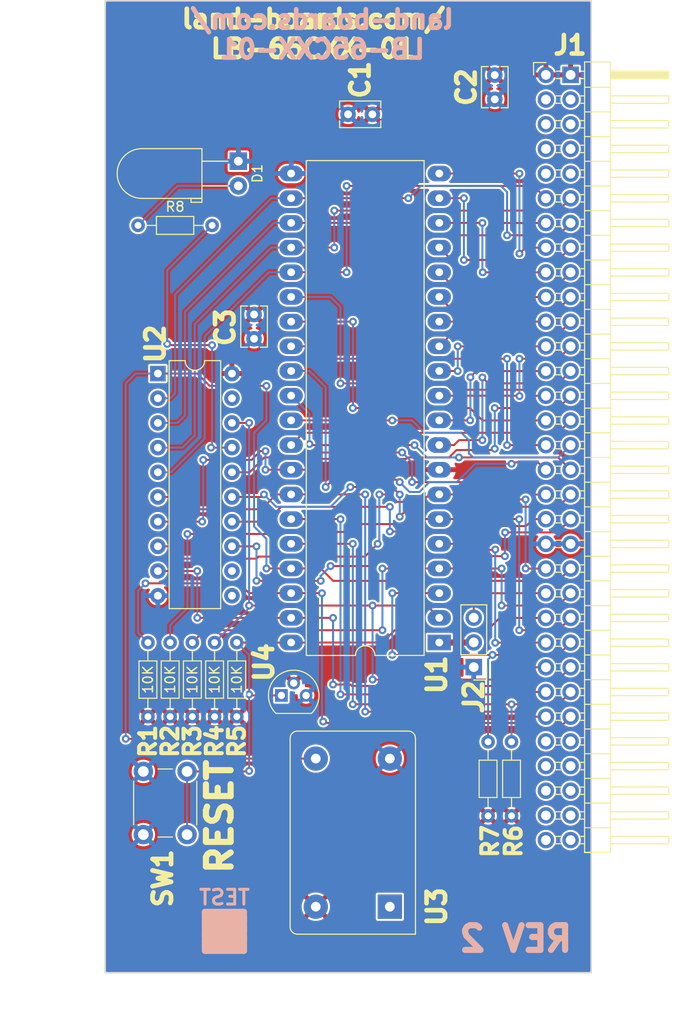
<source format=kicad_pcb>
(kicad_pcb (version 20240108) (generator "pcbnew") (generator_version "8.0")
  (title_block (title "LB-65C816-01") (date "2024-09-04") (rev "2") (company "land-boards.com"))
  (layers (0 "F.Cu" signal) (31 "B.Cu" signal) (34 "B.Paste" user) (35 "F.Paste" user) (36 "B.SilkS" user "B.Silkscreen") (37 "F.SilkS" user "F.Silkscreen") (38 "B.Mask" user) (39 "F.Mask" user) (44 "Edge.Cuts" user))
  (net 0 "")
  (net 1 "GND")
  (net 2 "/CPUA11")
  (net 3 "/CPUA12")
  (net 4 "/CPUA13")
  (net 5 "/CPUA14")
  (net 6 "/CPUA15")
  (net 7 "/CPUD4")
  (net 8 "/CPUD3")
  (net 9 "/CPUD5")
  (net 10 "/CPUD6")
  (net 11 "/CPUA0")
  (net 12 "/CPUA1")
  (net 13 "/CPUD2")
  (net 14 "/CPUA2")
  (net 15 "/CPUD7")
  (net 16 "/CPUA3")
  (net 17 "/CPUD0")
  (net 18 "/CPUA4")
  (net 19 "/CPUD1")
  (net 20 "/CPUA5")
  (net 21 "/CPUA6")
  (net 22 "/CPUA7")
  (net 23 "/CPUA8")
  (net 24 "/CPUA9")
  (net 25 "/CPUA10")
  (net 26 "/CPUA18")
  (net 27 "/CPUA16")
  (net 28 "/CPUA17")
  (net 29 "/CPUCLK")
  (net 30 "/CPUA22")
  (net 31 "/CPUA23")
  (net 32 "/CPUA20")
  (net 33 "/CPUA21")
  (net 34 "/CPUA19")
  (net 35 "VCC")
  (net 36 "/~{IORQ}")
  (net 37 "/~{CPURESB}")
  (net 38 "/VPA")
  (net 39 "/~{IRQB}")
  (net 50 "/VPB")
  (net 51 "/~{NMIB}")
  (net 52 "/~{ABORT}")
  (net 53 "/VDA")
  (net 54 "/RDY")
  (net 55 "/CPUE")
  (net 56 "/RWB")
  (net 57 "/MLB")
  (net 58 "/~{MEMRD}")
  (net 59 "/~{RAMCS}")
  (net 60 "/~{IOCS}")
  (net 61 "/~{ROMCS}")
  (net 62 "/CPUMX")
  (net 63 "Net-(D1-A)")
  (net 66 "Net-(U2-I03)")
  (net 68 "/PWR_VPB")
  (footprint "LandBoards_Conns:PinHeader_2x32_P2.54mm_Horizontal-FLIPPED" (layer "F.Cu") (at 177.35 54.615)
    (property "Reference" "J1")
    (property "Value" "Conn_02x32_Odd_Even")
  )
  (footprint "Package_DIP:DIP-40_W15.24mm_LongPads" (layer "F.Cu") (at 166.375 113.025 180)
    (property "Reference" "U1")
    (property "Value" "W65C02_816S_DIP")
  )
  (footprint "Resistor_THT:R_Axial_DIN0204_L3.6mm_D1.6mm_P7.62mm_Horizontal" (layer "F.Cu") (at 171.3992 130.8608 90)
    (property "Reference" "R7")
    (property "Value" "10K")
  )
  (footprint "Resistor_THT:R_Axial_DIN0204_L3.6mm_D1.6mm_P7.62mm_Horizontal" (layer "F.Cu") (at 145.542 120.65 90)
    (property "Reference" "R5")
    (property "Value" "10K")
  )
  (footprint "Resistor_THT:R_Axial_DIN0204_L3.6mm_D1.6mm_P7.62mm_Horizontal" (layer "F.Cu") (at 140.97 120.65 90)
    (property "Reference" "R3")
    (property "Value" "10K")
  )
  (footprint "Resistor_THT:R_Axial_DIN0204_L3.6mm_D1.6mm_P7.62mm_Horizontal" (layer "F.Cu") (at 136.398 120.65 90)
    (property "Reference" "R1")
    (property "Value" "10K")
  )
  (footprint "Package_TO_SOT_THT:TO-92" (layer "F.Cu") (at 150.13 118.47)
    (property "Reference" "U4")
    (property "Value" "DS1813-5")
  )
  (footprint "Resistor_THT:R_Axial_DIN0204_L3.6mm_D1.6mm_P7.62mm_Horizontal" (layer "F.Cu") (at 143.256 120.65 90)
    (property "Reference" "R4")
    (property "Value" "10K")
  )
  (footprint "Resistor_THT:R_Axial_DIN0204_L3.6mm_D1.6mm_P7.62mm_Horizontal" (layer "F.Cu") (at 135.382 70.104)
    (property "Reference" "R8")
    (property "Value" "1.8K")
  )
  (footprint "Connector_PinHeader_2.54mm:PinHeader_1x03_P2.54mm_Vertical" (layer "F.Cu") (at 169.926 115.555 180)
    (property "Reference" "J2")
    (property "Value" "JUMPER")
  )
  (footprint "Resistor_THT:R_Axial_DIN0204_L3.6mm_D1.6mm_P7.62mm_Horizontal" (layer "F.Cu") (at 173.8122 130.8608 90)
    (property "Reference" "R6")
    (property "Value" "10K")
  )
  (footprint "Package_DIP:DIP-20_W7.62mm" (layer "F.Cu") (at 137.424 85.349)
    (property "Reference" "U2")
    (property "Value" "GAL16V8B")
  )
  (footprint "Capacitor_THT:C_Rect_L4.0mm_W2.5mm_P2.50mm" (layer "F.Cu") (at 156.992 58.674)
    (property "Reference" "C1")
    (property "Value" "0.1uF")
  )
  (footprint "Oscillator:Oscillator_DIP-14_LargePads" (layer "F.Cu") (at 161.29 140.208 90)
    (property "Reference" "U3")
    (property "Value" "OSC")
  )
  (footprint "Capacitor_THT:C_Rect_L4.0mm_W2.5mm_P2.50mm" (layer "F.Cu") (at 172.085 57.13 90)
    (property "Reference" "C2")
    (property "Value" "0.1uF")
  )
  (footprint "LED_THT:LED_D5.0mm_Horizontal_O3.81mm_Z9.0mm" (layer "F.Cu") (at 145.704 63.495 -90)
    (property "Reference" "D1")
    (property "Value" "LED_Small")
  )
  (footprint "Button_Switch_THT:SW_PUSH_6mm_H8.5mm" (layer "F.Cu") (at 135.926 132.79 90)
    (property "Reference" "SW1")
    (property "Value" "SW_Push")
  )
  (footprint "LandBoards_Marking:TEST_BLK-REAR" (layer "F.Cu") (at 144.272 142.748)
    (property "Reference" "TEST")
    (property "Value" "COUPON" (hide yes))
  )
  (footprint "Resistor_THT:R_Axial_DIN0204_L3.6mm_D1.6mm_P7.62mm_Horizontal" (layer "F.Cu") (at 138.684 120.65 90)
    (property "Reference" "R2")
    (property "Value" "10K")
  )
  (footprint "Capacitor_THT:C_Rect_L4.0mm_W2.5mm_P2.50mm" (layer "F.Cu") (at 147.32 81.768 90)
    (property "Reference" "C3")
    (property "Value" "0.1uF")
  )
  (gr_rect (start 132 47) (end 182 147) (stroke (width 0.15)) (fill none) (layer "Edge.Cuts"))
  (gr_text "land-boards.com/\nLB-65CXX-01" (at 154.3304 50.4444 0) (layer "B.SilkS") (effects (font (size 1.905 1.905) (thickness 0.47625)) (justify mirror)))
  (gr_text "REV 2" (at 174.244 143.51 0) (layer "B.SilkS") (effects (font (size 2.54 2.54) (thickness 0.635)) (justify mirror)))
  (gr_text "RESET" (at 143.764 130.937 90) (layer "F.SilkS") (effects (font (size 2.54 2.54) (thickness 0.635))))
  (gr_text "land-boards.com/\nLB-65CXX-01" (at 153.416 50.3936 0) (layer "F.SilkS") (effects (font (size 1.905 1.905) (thickness 0.47625))))
  (segment (start 177.35 72.395) (end 175.2365 72.395) (width 0.2032) (layer "F.Cu") (net 2))
  (segment (start 166.375 64.765) (end 174.62 64.765) (width 0.2032) (layer "F.Cu") (net 2))
  (segment (start 175.2365 72.395) (end 174.625 73.0065) (width 0.2032) (layer "F.Cu") (net 2))
  (segment (start 174.62 64.765) (end 174.625 64.77) (width 0.2032) (layer "F.Cu") (net 2))
  (via (at 174.625 64.77) (size 0.8) (drill 0.4) (layers "F.Cu" "B.Cu") (net 2))
  (via (at 174.625 73.0065) (size 0.8) (drill 0.4) (layers "F.Cu" "B.Cu") (net 2))
  (segment (start 174.625 73.0065) (end 174.625 64.77) (width 0.2032) (layer "B.Cu") (net 2))
  (segment (start 173.355 71.12) (end 178.625 71.12) (width 0.2032) (layer "F.Cu") (net 3))
  (segment (start 163.195 67.31) (end 163.19 67.305) (width 0.2032) (layer "F.Cu") (net 3))
  (segment (start 179.89 69.855) (end 178.625 71.12) (width 0.2032) (layer "F.Cu") (net 3))
  (segment (start 163.19 67.305) (end 151.135 67.305) (width 0.2032) (layer "F.Cu") (net 3))
  (via (at 173.355 71.12) (size 0.8) (drill 0.4) (layers "F.Cu" "B.Cu") (net 3))
  (via (at 163.195 67.31) (size 0.8) (drill 0.4) (layers "F.Cu" "B.Cu") (net 3))
  (segment (start 164.465 66.04) (end 163.195 67.31) (width 0.2032) (layer "B.Cu") (net 3))
  (segment (start 137.424 87.889) (end 138.679 87.889) (width 0.2032) (layer "B.Cu") (net 3))
  (segment (start 138.679 87.889) (end 139.192 87.376) (width 0.2032) (layer "B.Cu") (net 3))
  (segment (start 172.72 66.04) (end 164.465 66.04) (width 0.2032) (layer "B.Cu") (net 3))
  (segment (start 173.355 71.12) (end 173.355 66.675) (width 0.2032) (layer "B.Cu") (net 3))
  (segment (start 149.103 67.305) (end 151.135 67.305) (width 0.2032) (layer "B.Cu") (net 3))
  (segment (start 139.192 77.216) (end 149.103 67.305) (width 0.2032) (layer "B.Cu") (net 3))
  (segment (start 139.192 87.376) (end 139.192 77.216) (width 0.2032) (layer "B.Cu") (net 3))
  (segment (start 173.355 66.675) (end 172.72 66.04) (width 0.2032) (layer "B.Cu") (net 3))
  (segment (start 171.45 71.12) (end 163.068 71.12) (width 0.2032) (layer "F.Cu") (net 4))
  (segment (start 172.715 69.855) (end 171.45 71.12) (width 0.2032) (layer "F.Cu") (net 4))
  (segment (start 151.135 69.845) (end 161.793 69.845) (width 0.2032) (layer "F.Cu") (net 4))
  (segment (start 177.35 69.855) (end 172.715 69.855) (width 0.2032) (layer "F.Cu") (net 4))
  (segment (start 161.793 69.845) (end 163.068 71.12) (width 0.2032) (layer "F.Cu") (net 4))
  (segment (start 140.208 89.662) (end 140.208 78.994) (width 0.2032) (layer "B.Cu") (net 4))
  (segment (start 139.441 90.429) (end 140.208 89.662) (width 0.2032) (layer "B.Cu") (net 4))
  (segment (start 137.424 90.429) (end 139.441 90.429) (width 0.2032) (layer "B.Cu") (net 4))
  (segment (start 140.208 78.994) (end 149.357 69.845) (width 0.2032) (layer "B.Cu") (net 4))
  (segment (start 151.135 69.845) (end 149.357 69.845) (width 0.2032) (layer "B.Cu") (net 4))
  (segment (start 155.57 72.385) (end 155.575 72.39) (width 0.2032) (layer "F.Cu") (net 5))
  (segment (start 178.625 68.58) (end 155.575 68.58) (width 0.2032) (layer "F.Cu") (net 5))
  (segment (start 179.89 67.315) (end 178.625 68.58) (width 0.2032) (layer "F.Cu") (net 5))
  (segment (start 151.135 72.385) (end 155.57 72.385) (width 0.2032) (layer "F.Cu") (net 5))
  (via (at 155.575 72.39) (size 0.8) (drill 0.4) (layers "F.Cu" "B.Cu") (net 5))
  (via (at 155.575 68.58) (size 0.8) (drill 0.4) (layers "F.Cu" "B.Cu") (net 5))
  (segment (start 141.219 91.699) (end 141.219 80.259) (width 0.2032) (layer "B.Cu") (net 5))
  (segment (start 155.575 68.58) (end 155.575 72.39) (width 0.2032) (layer "B.Cu") (net 5))
  (segment (start 149.093 72.385) (end 151.135 72.385) (width 0.2032) (layer "B.Cu") (net 5))
  (segment (start 139.949 92.969) (end 141.219 91.699) (width 0.2032) (layer "B.Cu") (net 5))
  (segment (start 141.219 80.259) (end 149.093 72.385) (width 0.2032) (layer "B.Cu") (net 5))
  (segment (start 137.424 92.969) (end 139.949 92.969) (width 0.2032) (layer "B.Cu") (net 5))
  (segment (start 156.845 74.93) (end 156.84 74.925) (width 0.2032) (layer "F.Cu") (net 6))
  (segment (start 156.845 66.04) (end 176.075 66.04) (width 0.2032) (layer "F.Cu") (net 6))
  (segment (start 156.84 74.925) (end 151.135 74.925) (width 0.2032) (layer "F.Cu") (net 6))
  (segment (start 176.075 66.04) (end 177.35 67.315) (width 0.2032) (layer "F.Cu") (net 6))
  (via (at 156.845 74.93) (size 0.8) (drill 0.4) (layers "F.Cu" "B.Cu") (net 6))
  (via (at 156.845 66.04) (size 0.8) (drill 0.4) (layers "F.Cu" "B.Cu") (net 6))
  (segment (start 142.235 81.529) (end 148.839 74.925) (width 0.2032) (layer "B.Cu") (net 6))
  (segment (start 137.424 95.509) (end 138.7756 95.509) (width 0.2032) (layer "B.Cu") (net 6))
  (segment (start 142.235 92.0496) (end 142.235 81.529) (width 0.2032) (layer "B.Cu") (net 6))
  (segment (start 138.7756 95.509) (end 142.235 92.0496) (width 0.2032) (layer "B.Cu") (net 6))
  (segment (start 156.845 66.04) (end 156.845 74.93) (width 0.2032) (layer "B.Cu") (net 6))
  (segment (start 148.839 74.925) (end 151.135 74.925) (width 0.2032) (layer "B.Cu") (net 6))
  (segment (start 173.962595 94.488) (end 176.53 94.488) (width 0.2032) (layer "F.Cu") (net 7))
  (segment (start 162.052 96.266) (end 155.448 96.266) (width 0.2032) (layer "F.Cu") (net 7))
  (segment (start 177.297 95.255) (end 176.53 94.488) (width 0.2032) (layer "F.Cu") (net 7))
  (segment (start 155.448 96.266) (end 154.686 97.028) (width 0.2032) (layer "F.Cu") (net 7))
  (segment (start 162.306 96.52) (end 162.052 96.266) (width 0.2032) (layer "F.Cu") (net 7))
  (segment (start 173.962595 94.488) (end 173.817095 94.6335) (width 0.2032) (layer "F.Cu") (net 7))
  (via (at 154.686 97.028) (size 0.8) (drill 0.4) (layers "F.Cu" "B.Cu") (net 7))
  (via (at 173.817095 94.6335) (size 0.8) (drill 0.4) (layers "F.Cu" "B.Cu") (net 7))
  (via (at 162.306 96.52) (size 0.8) (drill 0.4) (layers "F.Cu" "B.Cu") (net 7))
  (segment (start 151.135 85.085) (end 153.03 85.085) (width 0.2032) (layer "B.Cu") (net 7))
  (segment (start 164.338 97.536) (end 165.354 96.52) (width 0.2032) (layer "B.Cu") (net 7))
  (segment (start 154.686 97.028) (end 154.686 86.741) (width 0.2032) (layer "B.Cu") (net 7))
  (segment (start 163.322 97.536) (end 164.338 97.536) (width 0.2032) (layer "B.Cu") (net 7))
  (segment (start 173.817095 94.6335) (end 170.0599 94.6335) (width 0.2032) (layer "B.Cu") (net 7))
  (segment (start 153.03 85.085) (end 154.686 86.741) (width 0.2032) (layer "B.Cu") (net 7))
  (segment (start 170.0599 94.6335) (end 168.1734 96.52) (width 0.2032) (layer "B.Cu") (net 7))
  (segment (start 162.306 96.52) (end 163.322 97.536) (width 0.2032) (layer "B.Cu") (net 7))
  (segment (start 165.354 96.52) (end 168.1734 96.52) (width 0.2032) (layer "B.Cu") (net 7))
  (segment (start 168.396316 93.98) (end 178.615 93.98) (width 0.2032) (layer "F.Cu") (net 8))
  (segment (start 153.125 92.71) (end 153.0165 92.6015) (width 0.2032) (layer "F.Cu") (net 8))
  (segment (start 178.615 93.98) (end 179.89 95.255) (width 0.2032) (layer "F.Cu") (net 8))
  (segment (start 153.125 92.71) (end 163.83 92.71) (width 0.2032) (layer "F.Cu") (net 8))
  (via (at 153.0165 92.6015) (size 0.8) (drill 0.4) (layers "F.Cu" "B.Cu") (net 8))
  (via (at 168.396316 93.98) (size 0.8) (drill 0.4) (layers "F.Cu" "B.Cu") (net 8))
  (via (at 163.83 92.71) (size 0.8) (drill 0.4) (layers "F.Cu" "B.Cu") (net 8))
  (segment (start 165.1 93.98) (end 163.83 92.71) (width 0.2032) (layer "B.Cu") (net 8))
  (segment (start 153.0165 89.5065) (end 151.135 87.625) (width 0.2032) (layer "B.Cu") (net 8))
  (segment (start 168.396316 93.98) (end 165.1 93.98) (width 0.2032) (layer "B.Cu") (net 8))
  (segment (start 153.0165 92.6015) (end 153.0165 89.5065) (width 0.2032) (layer "B.Cu") (net 8))
  (segment (start 151.135 82.545) (end 154.3 82.545) (width 0.2032) (layer "F.Cu") (net 9))
  (segment (start 154.3 82.545) (end 155.575 83.82) (width 0.2032) (layer "F.Cu") (net 9))
  (segment (start 173.355 83.82) (end 155.575 83.82) (width 0.2032) (layer "F.Cu") (net 9))
  (segment (start 177.35 92.715) (end 173.35 92.715) (width 0.2032) (layer "F.Cu") (net 9))
  (via (at 173.35 92.715) (size 0.8) (drill 0.4) (layers "F.Cu" "B.Cu") (net 9))
  (via (at 173.355 83.82) (size 0.8) (drill 0.4) (layers "F.Cu" "B.Cu") (net 9))
  (segment (start 173.35 92.715) (end 173.355 92.71) (width 0.2032) (layer "B.Cu") (net 9))
  (segment (start 173.355 92.71) (end 173.355 83.82) (width 0.2032) (layer "B.Cu") (net 9))
  (segment (start 157.48 88.9) (end 169.545 88.9) (width 0.2032) (layer "F.Cu") (net 10))
  (segment (start 151.135 80.005) (end 157.4935 80.005) (width 0.2032) (layer "F.Cu") (net 10))
  (segment (start 177.35 90.175) (end 170.82 90.175) (width 0.2032) (layer "F.Cu") (net 10))
  (segment (start 157.4935 80.005) (end 157.4985 80.01) (width 0.2032) (layer "F.Cu") (net 10))
  (segment (start 170.82 90.175) (end 169.545 88.9) (width 0.2032) (layer "F.Cu") (net 10))
  (via (at 157.4985 80.01) (size 0.8) (drill 0.4) (layers "F.Cu" "B.Cu") (net 10))
  (via (at 157.48 88.9) (size 0.8) (drill 0.4) (layers "F.Cu" "B.Cu") (net 10))
  (segment (start 157.4985 80.01) (end 157.4985 88.8815) (width 0.2032) (layer "B.Cu") (net 10))
  (segment (start 157.4985 88.8815) (end 157.48 88.9) (width 0.2032) (layer "B.Cu") (net 10))
  (segment (start 178.625 86.36) (end 171.4265 86.36) (width 0.2032) (layer "F.Cu") (net 11))
  (segment (start 166.375 92.705) (end 167.899 92.705) (width 0.2032) (layer "F.Cu") (net 11))
  (segment (start 171.4265 86.36) (end 170.815 85.7485) (width 0.2032) (layer "F.Cu") (net 11))
  (segment (start 167.899 92.705) (end 168.402 92.202) (width 0.2032) (layer "F.Cu") (net 11))
  (segment (start 179.89 85.095) (end 178.625 86.36) (width 0.2032) (layer "F.Cu") (net 11))
  (segment (start 168.402 92.202) (end 170.815 92.202) (width 0.2032) (layer "F.Cu") (net 11))
  (via (at 170.815 85.7485) (size 0.8) (drill 0.4) (layers "F.Cu" "B.Cu") (net 11))
  (via (at 170.815 92.202) (size 0.8) (drill 0.4) (layers "F.Cu" "B.Cu") (net 11))
  (segment (start 170.815 92.202) (end 170.815 85.7485) (width 0.2032) (layer "B.Cu") (net 11))
  (segment (start 169.582 85.698) (end 170.185 85.095) (width 0.2032) (layer "F.Cu") (net 12))
  (segment (start 170.185 85.095) (end 177.35 85.095) (width 0.2032) (layer "F.Cu") (net 12))
  (segment (start 166.375 90.165) (end 169.55 90.165) (width 0.2032) (layer "F.Cu") (net 12))
  (segment (start 169.582 85.725) (end 169.582 85.698) (width 0.2032) (layer "F.Cu") (net 12))
  (via (at 169.55 90.165) (size 0.8) (drill 0.4) (layers "F.Cu" "B.Cu") (net 12))
  (via (at 169.582 85.725) (size 0.8) (drill 0.4) (layers "F.Cu" "B.Cu") (net 12))
  (segment (start 169.582 90.133) (end 169.55 90.165) (width 0.2032) (layer "B.Cu") (net 12))
  (segment (start 169.582 85.725) (end 169.582 90.133) (width 0.2032) (layer "B.Cu") (net 12))
  (segment (start 151.135 90.165) (end 161.539 90.165) (width 0.2032) (layer "F.Cu") (net 13))
  (segment (start 161.539 90.165) (end 161.544 90.17) (width 0.2032) (layer "F.Cu") (net 13))
  (via (at 161.544 90.17) (size 0.8) (drill 0.4) (layers "F.Cu" "B.Cu") (net 13))
  (segment (start 169.418 93.5482) (end 169.418 92.202) (width 0.2032) (layer "B.Cu") (net 13))
  (segment (start 169.418 92.202) (end 168.656 91.44) (width 0.2032) (layer "B.Cu") (net 13))
  (segment (start 179.89 92.715) (end 178.625 93.98) (width 0.2032) (layer "B.Cu") (net 13))
  (segment (start 168.656 91.44) (end 164.846 91.44) (width 0.2032) (layer "B.Cu") (net 13))
  (segment (start 178.625 93.98) (end 169.8498 93.98) (width 0.2032) (layer "B.Cu") (net 13))
  (segment (start 164.846 91.44) (end 163.576 90.17) (width 0.2032) (layer "B.Cu") (net 13))
  (segment (start 163.576 90.17) (end 161.544 90.17) (width 0.2032) (layer "B.Cu") (net 13))
  (segment (start 169.8498 93.98) (end 169.418 93.5482) (width 0.2032) (layer "B.Cu") (net 13))
  (segment (start 166.375 87.625) (end 174.582989 87.625) (width 0.2032) (layer "F.Cu") (net 14))
  (segment (start 178.625 83.82) (end 179.89 82.555) (width 0.2032) (layer "F.Cu") (net 14))
  (segment (start 174.625 83.82) (end 178.625 83.82) (width 0.2032) (layer "F.Cu") (net 14))
  (segment (start 174.625 87.667011) (end 174.582989 87.625) (width 0.2032) (layer "F.Cu") (net 14))
  (via (at 174.625 83.82) (size 0.8) (drill 0.4) (layers "F.Cu" "B.Cu") (net 14))
  (via (at 174.625 87.667011) (size 0.8) (drill 0.4) (layers "F.Cu" "B.Cu") (net 14))
  (segment (start 174.625 83.82) (end 174.625 87.667011) (width 0.2032) (layer "B.Cu") (net 14))
  (segment (start 175.268511 87.013511) (end 175.89 87.635) (width 0.2032) (layer "F.Cu") (net 15))
  (segment (start 167.658511 87.013511) (end 175.268511 87.013511) (width 0.2032) (layer "F.Cu") (net 15))
  (segment (start 167.005 86.36) (end 167.658511 87.013511) (width 0.2032) (layer "F.Cu") (net 15))
  (segment (start 175.89 87.635) (end 177.35 87.635) (width 0.2032) (layer "F.Cu") (net 15))
  (segment (start 156.21 86.36) (end 167.005 86.36) (width 0.2032) (layer "F.Cu") (net 15))
  (via (at 156.21 86.36) (size 0.8) (drill 0.4) (layers "F.Cu" "B.Cu") (net 15))
  (segment (start 156.21 78.486) (end 156.21 86.36) (width 0.2032) (layer "B.Cu") (net 15))
  (segment (start 151.135 77.465) (end 155.189 77.465) (width 0.2032) (layer "B.Cu") (net 15))
  (segment (start 155.189 77.465) (end 156.21 78.486) (width 0.2032) (layer "B.Cu") (net 15))
  (segment (start 168.28 82.555) (end 177.35 82.555) (width 0.2032) (layer "F.Cu") (net 16))
  (segment (start 166.375 85.085) (end 168.27 85.085) (width 0.2032) (layer "F.Cu") (net 16))
  (segment (start 168.275 82.55) (end 168.28 82.555) (width 0.2032) (layer "F.Cu") (net 16))
  (segment (start 168.27 85.085) (end 168.275 85.09) (width 0.2032) (layer "F.Cu") (net 16))
  (via (at 168.275 82.55) (size 0.8) (drill 0.4) (layers "F.Cu" "B.Cu") (net 16))
  (via (at 168.275 85.09) (size 0.8) (drill 0.4) (layers "F.Cu" "B.Cu") (net 16))
  (segment (start 168.275 85.09) (end 168.275 82.55) (width 0.2032) (layer "B.Cu") (net 16))
  (segment (start 141.986 100.584) (end 141.981 100.589) (width 0.2032) (layer "F.Cu") (net 17))
  (segment (start 167.386 93.98) (end 168.148 93.218) (width 0.2032) (layer "F.Cu") (net 17))
  (segment (start 171.958 93.218) (end 172.085 93.091) (width 0.2032) (layer "F.Cu") (net 17))
  (segment (start 151.135 95.245) (end 148.4934 95.245) (width 0.2032) (layer "F.Cu") (net 17))
  (segment (start 147.974 93.326) (end 147.066 94.234) (width 0.2032) (layer "F.Cu") (net 17))
  (segment (start 172.085 88.9) (end 178.625 88.9) (width 0.2032) (layer "F.Cu") (net 17))
  (segment (start 141.981 100.589) (end 137.424 100.589) (width 0.2032) (layer "F.Cu") (net 17))
  (segment (start 168.148 93.218) (end 171.958 93.218) (width 0.2032) (layer "F.Cu") (net 17))
  (segment (start 179.89 87.635) (end 178.625 88.9) (width 0.2032) (layer "F.Cu") (net 17))
  (segment (start 152.659 95.245) (end 153.778489 94.125511) (width 0.2032) (layer "F.Cu") (net 17))
  (segment (start 162.959511 94.125511) (end 163.105022 93.98) (width 0.2032) (layer "F.Cu") (net 17))
  (segment (start 163.105022 93.98) (end 167.386 93.98) (width 0.2032) (layer "F.Cu") (net 17))
  (segment (start 151.135 95.245) (end 152.659 95.245) (width 0.2032) (layer "F.Cu") (net 17))
  (segment (start 142.0876 94.234) (end 147.066 94.234) (width 0.2032) (layer "F.Cu") (net 17))
  (segment (start 153.778489 94.125511) (end 162.959511 94.125511) (width 0.2032) (layer "F.Cu") (net 17))
  (segment (start 148.494317 93.326) (end 147.974 93.326) (width 0.2032) (layer "F.Cu") (net 17))
  (via (at 172.085 93.091) (size 0.8) (drill 0.4) (layers "F.Cu" "B.Cu") (net 17))
  (via (at 172.085 88.9) (size 0.8) (drill 0.4) (layers "F.Cu" "B.Cu") (net 17))
  (via (at 141.986 100.584) (size 0.8) (drill 0.4) (layers "F.Cu" "B.Cu") (net 17))
  (via (at 148.494317 93.326) (size 0.8) (drill 0.4) (layers "F.Cu" "B.Cu") (net 17))
  (via (at 148.4934 95.245) (size 0.8) (drill 0.4) (layers "F.Cu" "B.Cu") (net 17))
  (via (at 142.0876 94.234) (size 0.8) (drill 0.4) (layers "F.Cu" "B.Cu") (net 17))
  (segment (start 148.4934 93.326917) (end 148.494317 93.326) (width 0.2032) (layer "B.Cu") (net 17))
  (segment (start 148.4934 95.245) (end 148.4934 93.326917) (width 0.2032) (layer "B.Cu") (net 17))
  (segment (start 142.0876 94.234) (end 142.0876 100.4824) (width 0.2032) (layer "B.Cu") (net 17))
  (segment (start 172.085 93.091) (end 172.085 88.9) (width 0.2032) (layer "B.Cu") (net 17))
  (segment (start 142.0876 100.4824) (end 141.986 100.584) (width 0.2032) (layer "B.Cu") (net 17))
  (segment (start 179.89 80.015) (end 178.625 81.28) (width 0.2032) (layer "F.Cu") (net 18))
  (segment (start 167.64 81.28) (end 166.375 82.545) (width 0.2032) (layer "F.Cu") (net 18))
  (segment (start 178.625 81.28) (end 167.64 81.28) (width 0.2032) (layer "F.Cu") (net 18))
  (segment (start 178.625 91.44) (end 152.4 91.44) (width 0.2032) (layer "F.Cu") (net 19))
  (segment (start 179.89 90.175) (end 178.625 91.44) (width 0.2032) (layer "F.Cu") (net 19))
  (segment (start 152.4 91.44) (end 151.135 92.705) (width 0.2032) (layer "F.Cu") (net 19))
  (segment (start 166.375 80.005) (end 177.34 80.005) (width 0.2032) (layer "F.Cu") (net 20))
  (segment (start 167.65 78.74) (end 178.625 78.74) (width 0.2032) (layer "F.Cu") (net 21))
  (segment (start 166.375 77.465) (end 167.65 78.74) (width 0.2032) (layer "F.Cu") (net 21))
  (segment (start 178.625 78.74) (end 179.89 77.475) (width 0.2032) (layer "F.Cu") (net 21))
  (segment (start 168.925 77.475) (end 177.35 77.475) (width 0.2032) (layer "F.Cu") (net 22))
  (segment (start 166.375 74.925) (end 168.925 77.475) (width 0.2032) (layer "F.Cu") (net 22))
  (segment (start 178.625 76.2) (end 170.19 76.2) (width 0.2032) (layer "F.Cu") (net 23))
  (segment (start 179.89 74.935) (end 178.625 76.2) (width 0.2032) (layer "F.Cu") (net 23))
  (segment (start 170.19 76.2) (end 166.375 72.385) (width 0.2032) (layer "F.Cu") (net 23))
  (segment (start 166.375 69.845) (end 170.81 69.845) (width 0.2032) (layer "F.Cu") (net 24))
  (segment (start 170.857 74.935) (end 177.35 74.935) (width 0.2032) (layer "F.Cu") (net 24))
  (segment (start 170.852 74.93) (end 170.857 74.935) (width 0.2032) (layer "F.Cu") (net 24))
  (segment (start 170.81 69.845) (end 170.815 69.85) (width 0.2032) (layer "F.Cu") (net 24))
  (via (at 170.852 74.93) (size 0.8) (drill 0.4) (layers "F.Cu" "B.Cu") (net 24))
  (via (at 170.815 69.85) (size 0.8) (drill 0.4) (layers "F.Cu" "B.Cu") (net 24))
  (segment (start 170.815 74.893) (end 170.852 74.93) (width 0.2032) (layer "B.Cu") (net 24))
  (segment (start 170.815 69.85) (end 170.815 74.893) (width 0.2032) (layer "B.Cu") (net 24))
  (segment (start 179.89 72.395) (end 178.625 73.66) (width 0.2032) (layer "F.Cu") (net 25))
  (segment (start 166.375 67.305) (end 168.915 67.305) (width 0.2032) (layer "F.Cu") (net 25))
  (segment (start 178.625 73.66) (end 168.91 73.66) (width 0.2032) (layer "F.Cu") (net 25))
  (via (at 168.91 73.66) (size 0.8) (drill 0.4) (layers "F.Cu" "B.Cu") (net 25))
  (via (at 168.915 67.305) (size 0.8) (drill 0.4) (layers "F.Cu" "B.Cu") (net 25))
  (segment (start 168.91 73.66) (end 168.91 67.31) (width 0.2032) (layer "B.Cu") (net 25))
  (segment (start 168.91 67.31) (end 168.915 67.305) (width 0.2032) (layer "B.Cu") (net 25))
  (segment (start 155.458 106.68) (end 154.183 105.405) (width 0.2032) (layer "F.Cu") (net 29))
  (segment (start 151.135 105.405) (end 148.595 105.405) (width 0.2032) (layer "F.Cu") (net 29))
  (segment (start 151.135 105.405) (end 154.183 105.405) (width 0.2032) (layer "F.Cu") (net 29))
  (segment (start 142.748 86.614) (end 141.478 85.344) (width 0.2032) (layer "F.Cu") (net 29))
  (segment (start 138.43 124.968) (end 136.398 122.936) (width 0.2032) (layer "F.Cu") (net 29))
  (segment (start 153.67 124.968) (end 138.43 124.968) (width 0.2032) (layer "F.Cu") (net 29))
  (segment (start 136.398 122.936) (end 134.112 122.936) (width 0.2032) (layer "F.Cu") (net 29))
  (segment (start 178.625 106.68) (end 155.458 106.68) (width 0.2032) (layer "F.Cu") (net 29))
  (segment (start 148.595 105.405) (end 148.59 105.41) (width 0.2032) (layer "F.Cu") (net 29))
  (segment (start 137.424 85.349) (end 141.473 85.349) (width 0.2032) (layer "F.Cu") (net 29))
  (segment (start 142.748 86.614) (end 148.59 86.614) (width 0.2032) (layer "F.Cu") (net 29))
  (segment (start 179.89 105.415) (end 178.625 106.68) (width 0.2032) (layer "F.Cu") (net 29))
  (segment (start 141.473 85.349) (end 141.478 85.344) (width 0.2032) (layer "F.Cu") (net 29))
  (via (at 148.59 86.614) (size 0.8) (drill 0.4) (layers "F.Cu" "B.Cu") (net 29))
  (via (at 134.112 122.936) (size 0.8) (drill 0.4) (layers "F.Cu" "B.Cu") (net 29))
  (via (at 148.59 105.41) (size 0.8) (drill 0.4) (layers "F.Cu" "B.Cu") (net 29))
  (segment (start 148.59 90.17) (end 148.59 86.614) (width 0.2032) (layer "B.Cu") (net 29))
  (segment (start 134.112 86.36) (end 135.123 85.349) (width 0.2032) (layer "B.Cu") (net 29))
  (segment (start 147.32 101.092) (end 147.32 91.44) (width 0.2032) (layer "B.Cu") (net 29))
  (segment (start 134.112 122.936) (end 134.112 86.36) (width 0.2032) (layer "B.Cu") (net 29))
  (segment (start 148.59 102.362) (end 147.32 101.092) (width 0.2032) (layer "B.Cu") (net 29))
  (segment (start 147.32 91.44) (end 148.59 90.17) (width 0.2032) (layer "B.Cu") (net 29))
  (segment (start 135.123 85.349) (end 137.424 85.349) (width 0.2032) (layer "B.Cu") (net 29))
  (segment (start 148.59 105.41) (end 148.59 102.362) (width 0.2032) (layer "B.Cu") (net 29))
  (segment (start 179.89 118.115) (end 178.625 119.38) (width 0.2032) (layer "F.Cu") (net 36))
  (segment (start 173.8122 119.38) (end 178.625 119.38) (width 0.2032) (layer "F.Cu") (net 36))
  (segment (start 151.135 102.865) (end 157.475 102.865) (width 0.2032) (layer "F.Cu") (net 36))
  (segment (start 157.48 119.38) (end 173.8122 119.38) (width 0.2032) (layer "F.Cu") (net 36))
  (segment (start 157.475 102.865) (end 157.48 102.87) (width 0.2032) (layer "F.Cu") (net 36))
  (via (at 173.8122 119.38) (size 0.8) (drill 0.4) (layers "F.Cu" "B.Cu") (net 36))
  (via (at 157.48 119.38) (size 0.8) (drill 0.4) (layers "F.Cu" "B.Cu") (net 36))
  (via (at 157.48 102.87) (size 0.8) (drill 0.4) (layers "F.Cu" "B.Cu") (net 36))
  (segment (start 157.48 102.87) (end 157.48 119.38) (width 0.2032) (layer "B.Cu") (net 36))
  (segment (start 173.8122 123.2408) (end 173.8122 119.38) (width 0.2032) (layer "B.Cu") (net 36))
  (segment (start 177.35 110.495) (end 172.588 110.495) (width 0.2032) (layer "F.Cu") (net 37))
  (segment (start 160.533 113.025) (end 161.798 111.76) (width 0.2032) (layer "F.Cu") (net 37))
  (segment (start 151.135 113.025) (end 160.533 113.025) (width 0.2032) (layer "F.Cu") (net 37))
  (segment (start 150.13 118.47) (end 146.918 118.47) (width 0.2032) (layer "F.Cu") (net 37))
  (segment (start 145.542 113.03) (end 151.13 113.03) (width 0.2032) (layer "F.Cu") (net 37))
  (segment (start 146.76 126.29) (end 140.426 126.29) (width 0.2032) (layer "F.Cu") (net 37))
  (segment (start 161.798 111.76) (end 171.323 111.76) (width 0.2032) (layer "F.Cu") (net 37))
  (segment (start 172.588 110.495) (end 171.323 111.76) (width 0.2032) (layer "F.Cu") (net 37))
  (segment (start 146.812 126.238) (end 146.76 126.29) (width 0.2032) (layer "F.Cu") (net 37))
  (segment (start 146.918 118.47) (end 146.812 118.364) (width 0.2032) (layer "F.Cu") (net 37))
  (via (at 146.812 118.364) (size 0.8) (drill 0.4) (layers "F.Cu" "B.Cu") (net 37))
  (via (at 146.812 126.238) (size 0.8) (drill 0.4) (layers "F.Cu" "B.Cu") (net 37))
  (segment (start 146.812 114.3) (end 145.542 113.03) (width 0.2032) (layer "B.Cu") (net 37))
  (segment (start 140.426 132.79) (end 140.426 126.29) (width 0.2032) (layer "B.Cu") (net 37))
  (segment (start 146.812 118.364) (end 146.812 114.3) (width 0.2032) (layer "B.Cu") (net 37))
  (segment (start 146.812 126.238) (end 146.812 118.364) (width 0.2032) (layer "B.Cu") (net 37))
  (segment (start 169.5196 98.298) (end 169.0066 97.785) (width 0.2032) (layer "F.Cu") (net 38))
  (segment (start 138.689 103.129) (end 137.424 103.129) (width 0.2032) (layer "F.Cu") (net 38))
  (segment (start 139.954 104.394) (end 138.689 103.129) (width 0.2032) (layer "F.Cu") (net 38))
  (segment (start 158.725989 104.182511) (end 147.785489 104.182511) (width 0.2032) (layer "F.Cu") (net 38))
  (segment (start 162.052 98.552) (end 161.285 97.785) (width 0.2032) (layer "F.Cu") (net 38))
  (segment (start 147.785489 104.182511) (end 147.574 104.394) (width 0.2032) (layer "F.Cu") (net 38))
  (segment (start 165.359 97.785) (end 164.592 98.552) (width 0.2032) (layer "F.Cu") (net 38))
  (segment (start 175.26 98.298) (end 169.5196 98.298) (width 0.2032) (layer "F.Cu") (net 38))
  (segment (start 164.592 98.552) (end 162.052 98.552) (width 0.2032) (layer "F.Cu") (net 38))
  (segment (start 175.26 105.41) (end 175.265 105.415) (width 0.2032) (layer "F.Cu") (net 38))
  (segment (start 175.265 105.415) (end 177.35 105.415) (width 0.2032) (layer "F.Cu") (net 38))
  (segment (start 147.574 104.394) (end 139.954 104.394) (width 0.2032) (layer "F.Cu") (net 38))
  (segment (start 160.214903 97.785) (end 160.209903 97.79) (width 0.2032) (layer "F.Cu") (net 38))
  (segment (start 160.0385 102.87) (end 158.725989 104.182511) (width 0.2032) (layer "F.Cu") (net 38))
  (segment (start 161.285 97.785) (end 160.214903 97.785) (width 0.2032) (layer "F.Cu") (net 38))
  (segment (start 169.0066 97.785) (end 166.375 97.785) (width 0.2032) (layer "F.Cu") (net 38))
  (via (at 175.26 105.41) (size 0.8) (drill 0.4) (layers "F.Cu" "B.Cu") (net 38))
  (via (at 160.0385 102.87) (size 0.8) (drill 0.4) (layers "F.Cu" "B.Cu") (net 38))
  (via (at 175.26 98.298) (size 0.8) (drill 0.4) (layers "F.Cu" "B.Cu") (net 38))
  (via (at 160.209903 97.79) (size 0.8) (drill 0.4) (layers "F.Cu" "B.Cu") (net 38))
  (segment (start 160.145806 102.87) (end 160.0385 102.87) (width 0.2032) (layer "B.Cu") (net 38))
  (segment (start 175.26 105.41) (end 175.26 98.298) (width 0.2032) (layer "B.Cu") (net 38))
  (segment (start 160.209903 102.805903) (end 160.145806 102.87) (width 0.2032) (layer "B.Cu") (net 38))
  (segment (start 160.209903 97.79) (end 160.209903 102.805903) (width 0.2032) (layer "B.Cu") (net 38))
  (segment (start 160.528 105.41) (end 163.322 105.41) (width 0.2032) (layer "F.Cu") (net 39))
  (segment (start 161.803 105.405) (end 161.798 105.41) (width 0.2032) (layer "F.Cu") (net 39))
  (segment (start 163.327 105.405) (end 161.803 105.405) (width 0.2032) (layer "F.Cu") (net 39))
  (segment (start 166.375 105.405) (end 172.7962 105.405) (width 0.2032) (layer "F.Cu") (net 39))
  (segment (start 140.97 113.03) (end 142.24 111.76) (width 0.2032) (layer "F.Cu") (net 39))
  (segment (start 172.7893 109.22) (end 178.625 109.22) (width 0.2032) (layer "F.Cu") (net 39))
  (segment (start 160.274 111.76) (end 160.528 111.76) (width 0.2032) (layer "F.Cu") (net 39))
  (segment (start 166.375 105.405) (end 163.327 105.405) (width 0.2032) (layer "F.Cu") (net 39))
  (segment (start 178.625 109.22) (end 179.89 107.955) (width 0.2032) (layer "F.Cu") (net 39))
  (segment (start 163.322 105.41) (end 163.327 105.405) (width 0.2032) (layer "F.Cu") (net 39))
  (segment (start 142.24 111.76) (end 160.274 111.76) (width 0.2032) (layer "F.Cu") (net 39))
  (via (at 172.7893 109.22) (size 0.8) (drill 0.4) (layers "F.Cu" "B.Cu") (net 39))
  (via (at 160.528 111.76) (size 0.8) (drill 0.4) (layers "F.Cu" "B.Cu") (net 39))
  (via (at 160.528 105.41) (size 0.8) (drill 0.4) (layers "F.Cu" "B.Cu") (net 39))
  (via (at 172.7962 105.405) (size 0.8) (drill 0.4) (layers "F.Cu" "B.Cu") (net 39))
  (segment (start 172.7893 109.22) (end 172.7893 105.4119) (width 0.2032) (layer "B.Cu") (net 39))
  (segment (start 172.7893 105.4119) (end 172.7962 105.405) (width 0.2032) (layer "B.Cu") (net 39))
  (segment (start 160.528 111.76) (end 160.528 105.41) (width 0.2032) (layer "B.Cu") (net 39))
  (segment (start 170.439 107.955) (end 169.926 108.468) (width 0.2032) (layer "F.Cu") (net 50))
  (segment (start 170.439 107.955) (end 177.35 107.955) (width 0.2032) (layer "F.Cu") (net 50))
  (segment (start 169.926 108.468) (end 169.926 110.475) (width 0.2032) (layer "F.Cu") (net 50))
  (segment (start 158.242 100.838) (end 157.437489 101.642511) (width 0.2032) (layer "F.Cu") (net 51))
  (segment (start 164.597 100.325) (end 164.084 100.838) (width 0.2032) (layer "F.Cu") (net 51))
  (segment (start 164.084 100.838) (end 158.242 100.838) (width 0.2032) (layer "F.Cu") (net 51))
  (segment (start 174.6015 100.325) (end 174.6065 100.33) (width 0.2032) (layer "F.Cu") (net 51))
  (segment (start 149.394511 101.642511) (end 149.183022 101.854) (width 0.2032) (layer "F.Cu") (net 51))
  (segment (start 157.437489 101.642511) (end 149.394511 101.642511) (width 0.2032) (layer "F.Cu") (net 51))
  (segment (start 149.183022 101.854) (end 140.462 101.854) (width 0.2032) (layer "F.Cu") (net 51))
  (segment (start 178.625 111.76) (end 179.89 110.495) (width 0.2032) (layer "F.Cu") (net 51))
  (segment (start 174.6065 111.76) (end 178.625 111.76) (width 0.2032) (layer "F.Cu") (net 51))
  (segment (start 166.375 100.325) (end 164.597 100.325) (width 0.2032) (layer "F.Cu") (net 51))
  (segment (start 166.375 100.325) (end 174.6015 100.325) (width 0.2032) (layer "F.Cu") (net 51))
  (via (at 174.6065 111.76) (size 0.8) (drill 0.4) (layers "F.Cu" "B.Cu") (net 51))
  (via (at 174.6065 100.33) (size 0.8) (drill 0.4) (layers "F.Cu" "B.Cu") (net 51))
  (via (at 140.462 101.854) (size 0.8) (drill 0.4) (layers "F.Cu" "B.Cu") (net 51))
  (segment (start 138.684 111.252) (end 140.462 109.474) (width 0.2032) (layer "B.Cu") (net 51))
  (segment (start 174.601489 100.335011) (end 174.601489 111.754989) (width 0.2032) (layer "B.Cu") (net 51))
  (segment (start 140.462 109.474) (end 140.462 101.854) (width 0.2032) (layer "B.Cu") (net 51))
  (segment (start 174.6065 100.33) (end 174.601489 100.335011) (width 0.2032) (layer "B.Cu") (net 51))
  (segment (start 174.601489 111.754989) (end 174.6065 111.76) (width 0.2032) (layer "B.Cu") (net 51))
  (segment (start 138.684 113.03) (end 138.684 111.252) (width 0.2032) (layer "B.Cu") (net 51))
  (segment (start 179.89 113.035) (end 178.625 114.3) (width 0.2032) (layer "F.Cu") (net 52))
  (segment (start 161.544 114.3) (end 171.8564 114.3) (width 0.2032) (layer "F.Cu") (net 52))
  (segment (start 161.549 107.945) (end 166.375 107.945) (width 0.2032) (layer "F.Cu") (net 52))
  (segment (start 161.544 107.95) (end 161.549 107.945) (width 0.2032) (layer "F.Cu") (net 52))
  (segment (start 171.8564 114.3) (end 178.625 114.3) (width 0.2032) (layer "F.Cu") (net 52))
  (via (at 171.8564 114.3) (size 0.8) (drill 0.4) (layers "F.Cu" "B.Cu") (net 52))
  (via (at 161.544 107.95) (size 0.8) (drill 0.4) (layers "F.Cu" "B.Cu") (net 52))
  (via (at 161.544 114.3) (size 0.8) (drill 0.4) (layers "F.Cu" "B.Cu") (net 52))
  (segment (start 171.3992 114.7572) (end 171.8564 114.3) (width 0.2032) (layer "B.Cu") (net 52))
  (segment (start 161.544 114.3) (end 161.544 107.95) (width 0.2032) (layer "B.Cu") (net 52))
  (segment (start 171.3992 123.2408) (end 171.3992 114.7572) (width 0.2032) (layer "B.Cu") (net 52))
  (segment (start 137.424 105.669) (end 141.473 105.669) (width 0.2032) (layer "F.Cu") (net 53))
  (segment (start 155.443 110.485) (end 151.135 110.485) (width 0.2032) (layer "F.Cu") (net 53))
  (segment (start 145.024 110.49) (end 145.029 110.485) (width 0.2032) (layer "F.Cu") (net 53))
  (segment (start 157.371511 117.493511) (end 157.226 117.348) (width 0.2032) (layer "F.Cu") (net 53))
  (segment (start 141.478 110.49) (end 145.024 110.49) (width 0.2032) (layer "F.Cu") (net 53))
  (segment (start 175.622489 117.493511) (end 176.276 116.84) (width 0.2032) (layer "F.Cu") (net 53))
  (segment (start 157.371511 117.493511) (end 175.622489 117.493511) (width 0.2032) (layer "F.Cu") (net 53))
  (segment (start 151.135 110.485) (end 145.029 110.485) (width 0.2032) (layer "F.Cu") (net 53))
  (segment (start 178.625 116.84) (end 179.89 115.575) (width 0.2032) (layer "F.Cu") (net 53))
  (segment (start 157.226 117.348) (end 155.448 117.348) (width 0.2032) (layer "F.Cu") (net 53))
  (segment (start 176.276 116.84) (end 178.625 116.84) (width 0.2032) (layer "F.Cu") (net 53))
  (segment (start 155.448 110.49) (end 155.443 110.485) (width 0.2032) (layer "F.Cu") (net 53))
  (via (at 155.448 110.49) (size 0.8) (drill 0.4) (layers "F.Cu" "B.Cu") (net 53))
  (via (at 141.473 105.669) (size 0.8) (drill 0.4) (layers "F.Cu" "B.Cu") (net 53))
  (via (at 141.478 110.49) (size 0.8) (drill 0.4) (layers "F.Cu" "B.Cu") (net 53))
  (via (at 155.448 117.348) (size 0.8) (drill 0.4) (layers "F.Cu" "B.Cu") (net 53))
  (segment (start 155.448 117.348) (end 155.448 110.49) (width 0.2032) (layer "B.Cu") (net 53))
  (segment (start 141.473 110.485) (end 141.478 110.49) (width 0.2032) (layer "B.Cu") (net 53))
  (segment (start 141.473 105.669) (end 141.473 110.485) (width 0.2032) (layer "B.Cu") (net 53))
  (segment (start 176.271 115.575) (end 175.006 116.84) (width 0.2032) (layer "F.Cu") (net 54))
  (segment (start 146.807 90.429) (end 146.812 90.424) (width 0.2032) (layer "F.Cu") (net 54))
  (segment (start 145.044 90.429) (end 146.807 90.429) (width 0.2032) (layer "F.Cu") (net 54))
  (segment (start 177.35 115.575) (end 176.271 115.575) (width 0.2032) (layer "F.Cu") (net 54))
  (segment (start 166.365 110.485) (end 165.1 109.22) (width 0.2032) (layer "F.Cu") (net 54))
  (segment (start 159.512 116.84) (end 175.006 116.84) (width 0.2032) (layer "F.Cu") (net 54))
  (segment (start 146.812 109.22) (end 165.1 109.22) (width 0.2032) (layer "F.Cu") (net 54))
  (via (at 146.812 109.22) (size 0.8) (drill 0.4) (layers "F.Cu" "B.Cu") (net 54))
  (via (at 146.812 90.424) (size 0.8) (drill 0.4) (layers "F.Cu" "B.Cu") (net 54))
  (via (at 159.512 116.84) (size 0.8) (drill 0.4) (layers "F.Cu" "B.Cu") (net 54))
  (via (at 159.512 109.22) (size 0.8) (drill 0.4) (layers "F.Cu" "B.Cu") (net 54))
  (segment (start 159.512 116.84) (end 159.512 109.22) (width 0.2032) (layer "B.Cu") (net 54))
  (segment (start 146.812 90.424) (end 146.812 109.22) (width 0.2032) (layer "B.Cu") (net 54))
  (segment (start 146.812 109.474) (end 146.812 109.22) (width 0.2032) (layer "B.Cu") (net 54))
  (segment (start 143.256 113.03) (end 146.812 109.474) (width 0.2032) (layer "B.Cu") (net 54))
  (segment (start 156.21 118.364) (end 174.752 118.364) (width 0.2032) (layer "F.Cu") (net 55))
  (segment (start 151.135 100.325) (end 156.205 100.325) (width 0.2032) (layer "F.Cu") (net 55))
  (segment (start 174.752 118.364) (end 175.006 118.11) (width 0.2032) (layer "F.Cu") (net 55))
  (segment (start 156.205 100.325) (end 156.21 100.33) (width 0.2032) (layer "F.Cu") (net 55))
  (segment (start 175.006 118.11) (end 175.011 118.115) (width 0.2032) (layer "F.Cu") (net 55))
  (segment (start 175.011 118.115) (end 177.35 118.115) (width 0.2032) (layer "F.Cu") (net 55))
  (via (at 156.21 100.33) (size 0.8) (drill 0.4) (layers "F.Cu" "B.Cu") (net 55))
  (via (at 156.21 118.364) (size 0.8) (drill 0.4) (layers "F.Cu" "B.Cu") (net 55))
  (segment (start 156.21 118.364) (end 156.21 100.33) (width 0.2032) (layer "B.Cu") (net 55))
  (segment (start 138.684 98.049) (end 137.424 98.049) (width 0.2032) (layer "F.Cu") (net 56))
  (segment (start 139.949 99.314) (end 138.684 98.049) (width 0.2032) (layer "F.Cu") (net 56))
  (segment (start 148.072 99.314) (end 139.949 99.314) (width 0.2032) (layer "F.Cu") (net 56))
  (segment (start 158.755 120.137) (end 174.747 120.137) (width 0.2032) (layer "F.Cu") (net 56))
  (segment (start 177.35 120.655) (end 175.265 120.655) (width 0.2032) (layer "F.Cu") (net 56))
  (segment (start 174.747 120.137) (end 175.265 120.655) (width 0.2032) (layer "F.Cu") (net 56))
  (segment (start 149.601 97.785) (end 148.072 99.314) (width 0.2032) (layer "F.Cu") (net 56))
  (segment (start 151.135 97.785) (end 149.601 97.785) (width 0.2032) (layer "F.Cu") (net 56))
  (segment (start 151.135 97.785) (end 158.755 97.785) (width 0.2032) (layer "F.Cu") (net 56))
  (via (at 158.755 97.785) (size 0.8) (drill 0.4) (layers "F.Cu" "B.Cu") (net 56))
  (via (at 158.755 120.137) (size 0.8) (drill 0.4) (layers "F.Cu" "B.Cu") (net 56))
  (segment (start 158.755 97.785) (end 158.755 120.137) (width 0.2032) (layer "B.Cu") (net 56))
  (segment (start 169.2471 103.4865) (end 172.1035 103.4865) (width 0.2032) (layer "F.Cu") (net 57))
  (segment (start 168.6256 102.865) (end 169.2471 103.4865) (width 0.2032) (layer "F.Cu") (net 57))
  (segment (start 172.1562 113.035) (end 177.35 113.035) (width 0.2032) (layer "F.Cu") (net 57))
  (segment (start 172.1562 113.035) (end 172.1358 113.0554) (width 0.2032) (layer "F.Cu") (net 57))
  (segment (start 172.1035 103.4865) (end 172.1358 103.4542) (width 0.2032) (layer "F.Cu") (net 57))
  (segment (start 166.375 102.865) (end 168.6256 102.865) (width 0.2032) (layer "F.Cu") (net 57))
  (via (at 172.1358 103.4542) (size 0.8) (drill 0.4) (layers "F.Cu" "B.Cu") (net 57))
  (via (at 172.1358 113.0554) (size 0.8) (drill 0.4) (layers "F.Cu" "B.Cu") (net 57))
  (segment (start 172.1358 113.0554) (end 172.1358 103.4542) (width 0.2032) (layer "B.Cu") (net 57))
  (segment (start 163.322 99.06) (end 178.625 99.06) (width 0.2032) (layer "F.Cu") (net 58))
  (segment (start 178.625 99.06) (end 179.89 97.795) (width 0.2032) (layer "F.Cu") (net 58))
  (segment (start 145.044 98.049) (end 148.077 98.049) (width 0.2032) (layer "F.Cu") (net 58))
  (segment (start 163.322 99.06) (end 162.306 100.076) (width 0.2032) (layer "F.Cu") (net 58))
  (segment (start 161.544 97.028) (end 162.306 97.79) (width 0.2032) (layer "F.Cu") (net 58))
  (segment (start 157.226 97.028) (end 161.544 97.028) (width 0.2032) (layer "F.Cu") (net 58))
  (segment (start 148.077 98.049) (end 148.336 97.79) (width 0.2032) (layer "F.Cu") (net 58))
  (via (at 148.336 97.79) (size 0.8) (drill 0.4) (layers "F.Cu" "B.Cu") (net 58))
  (via (at 162.306 100.076) (size 0.8) (drill 0.4) (layers "F.Cu" "B.Cu") (net 58))
  (via (at 157.226 97.028) (size 0.8) (drill 0.4) (layers "F.Cu" "B.Cu") (net 58))
  (via (at 162.306 97.79) (size 0.8) (drill 0.4) (layers "F.Cu" "B.Cu") (net 58))
  (segment (start 162.306 100.076) (end 162.306 97.79) (width 0.2032) (layer "B.Cu") (net 58))
  (segment (start 155.194 99.06) (end 157.226 97.028) (width 0.2032) (layer "B.Cu") (net 58))
  (segment (start 149.606 99.06) (end 155.194 99.06) (width 0.2032) (layer "B.Cu") (net 58))
  (segment (start 148.336 97.79) (end 149.606 99.06) (width 0.2032) (layer "B.Cu") (net 58))
  (segment (start 146.8578 95.509) (end 148.3868 93.98) (width 0.2032) (layer "F.Cu") (net 59))
  (segment (start 169.164 96.52) (end 170.0784 97.4344) (width 0.2032) (layer "F.Cu") (net 59))
  (segment (start 152.654 93.98) (end 153.162 93.472) (width 0.2032) (layer "F.Cu") (net 59))
  (segment (start 163.576 96.52) (end 169.164 96.52) (width 0.2032) (layer "F.Cu") (net 59))
  (segment (start 145.044 95.509) (end 146.8578 95.509) (width 0.2032) (layer "F.Cu") (net 59))
  (segment (start 176.027 97.795) (end 177.35 97.795) (width 0.2032) (layer "F.Cu") (net 59))
  (segment (start 148.3868 93.98) (end 152.654 93.98) (width 0.2032) (layer "F.Cu") (net 59))
  (segment (start 170.0784 97.4344) (end 175.6664 97.4344) (width 0.2032) (layer "F.Cu") (net 59))
  (segment (start 153.162 93.472) (end 162.56 93.472) (width 0.2032) (layer "F.Cu") (net 59))
  (segment (start 175.6664 97.4344) (end 176.027 97.795) (width 0.2032) (layer "F.Cu") (net 59))
  (via (at 162.56 93.472) (size 0.8) (drill 0.4) (layers "F.Cu" "B.Cu") (net 59))
  (via (at 163.576 96.52) (size 0.8) (drill 0.4) (layers "F.Cu" "B.Cu") (net 59))
  (segment (start 163.576 94.488) (end 162.56 93.472) (width 0.2032) (layer "B.Cu") (net 59))
  (segment (start 163.576 96.52) (end 163.576 94.488) (width 0.2032) (layer "B.Cu") (net 59))
  (segment (start 159.258 105.156) (end 155.194 105.156) (width 0.2032) (layer "F.Cu") (net 60))
  (segment (start 173.1264 104.14) (end 160.274 104.14) (width 0.2032) (layer "F.Cu") (net 60))
  (segment (start 173.1518 101.6947) (end 178.5303 101.6947) (width 0.2032) (layer "F.Cu") (net 60))
  (segment (start 160.274 104.14) (end 159.258 105.156) (width 0.2032) (layer "F.Cu") (net 60))
  (segment (start 178.5303 101.6947) (end 179.89 100.335) (width 0.2032) (layer "F.Cu") (net 60))
  (segment (start 145.044 103.129) (end 147.569 103.129) (width 0.2032) (layer "F.Cu") (net 60))
  (segment (start 147.569 106.675) (end 154.173 106.675) (width 0.2032) (layer "F.Cu") (net 60))
  (segment (start 154.173 106.675) (end 154.178 106.68) (width 0.2032) (layer "F.Cu") (net 60))
  (via (at 154.178 106.68) (size 0.8) (drill 0.4) (layers "F.Cu" "B.Cu") (net 60))
  (via (at 147.569 106.675) (size 0.8) (drill 0.4) (layers "F.Cu" "B.Cu") (net 60))
  (via (at 147.569 103.129) (size 0.8) (drill 0.4) (layers "F.Cu" "B.Cu") (net 60))
  (via (at 173.1518 101.6947) (size 0.8) (drill 0.4) (layers "F.Cu" "B.Cu") (net 60))
  (via (at 173.1264 104.14) (size 0.8) (drill 0.4) (layers "F.Cu" "B.Cu") (net 60))
  (via (at 155.194 105.156) (size 0.8) (drill 0.4) (layers "F.Cu" "B.Cu") (net 60))
  (segment (start 147.569 103.129) (end 147.569 106.675) (width 0.2032) (layer "B.Cu") (net 60))
  (segment (start 173.1264 104.14) (end 173.1264 101.7201) (width 0.2032) (layer "B.Cu") (net 60))
  (segment (start 154.178 106.68) (end 154.178 106.172) (width 0.2032) (layer "B.Cu") (net 60))
  (segment (start 154.178 106.172) (end 155.194 105.156) (width 0.2032) (layer "B.Cu") (net 60))
  (segment (start 173.1264 101.7201) (end 173.1518 101.6947) (width 0.2032) (layer "B.Cu") (net 60))
  (segment (start 145.044 100.589) (end 148.585 100.589) (width 0.2032) (layer "F.Cu") (net 61))
  (segment (start 168.9862 101.0412) (end 168.4274 101.6) (width 0.2032) (layer "F.Cu") (net 61))
  (segment (start 161.29 99.06) (end 150.114 99.06) (width 0.2032) (layer "F.Cu") (net 61))
  (segment (start 177.35 100.335) (end 176.017 100.335) (width 0.2032) (layer "F.Cu") (net 61))
  (segment (start 175.3108 101.0412) (end 168.9862 101.0412) (width 0.2032) (layer "F.Cu") (net 61))
  (segment (start 148.585 100.589) (end 150.114 99.06) (width 0.2032) (layer "F.Cu") (net 61))
  (segment (start 168.4274 101.6) (end 161.29 101.6) (width 0.2032) (layer "F.Cu") (net 61))
  (segment (start 176.017 100.335) (end 175.3108 101.0412) (width 0.2032) (layer "F.Cu") (net 61))
  (via (at 161.29 101.6) (size 0.8) (drill 0.4) (layers "F.Cu" "B.Cu") (net 61))
  (via (at 161.29 99.06) (size 0.8) (drill 0.4) (layers "F.Cu" "B.Cu") (net 61))
  (segment (start 161.29 101.6) (end 161.29 99.06) (width 0.2032) (layer "B.Cu") (net 61))
  (segment (start 178.625 121.92) (end 179.89 120.655) (width 0.2032) (layer "F.Cu") (net 62))
  (segment (start 154.577511 121.303511) (end 175.405511 121.303511) (width 0.2032) (layer "F.Cu") (net 62))
  (segment (start 146.807 107.945) (end 145.796 106.934) (width 0.2032) (layer "F.Cu") (net 62))
  (segment (start 154.432 121.158) (end 154.577511 121.303511) (width 0.2032) (layer "F.Cu") (net 62))
  (segment (start 151.135 107.945) (end 146.807 107.945) (width 0.2032) (layer "F.Cu") (net 62))
  (segment (start 154.3 107.945) (end 151.135 107.945) (width 0.2032) (layer "F.Cu") (net 62))
  (segment (start 154.305 107.95) (end 154.3 107.945) (width 0.2032) (layer "F.Cu") (net 62))
  (segment (start 175.405511 121.303511) (end 176.022 121.92) (width 0.2032) (layer "F.Cu") (net 62))
  (segment (start 145.796 106.934) (end 136.144 106.934) (width 0.2032) (layer "F.Cu") (net 62))
  (segment (start 176.022 121.92) (end 178.625 121.92) (width 0.2032) (layer "F.Cu") (net 62))
  (via (at 154.305 107.95) (size 0.8) (drill 0.4) (layers "F.Cu" "B.Cu") (net 62))
  (via (at 136.144 106.934) (size 0.8) (drill 0.4) (layers "F.Cu" "B.Cu") (net 62))
  (via (at 154.432 121.158) (size 0.8) (drill 0.4) (layers "F.Cu" "B.Cu") (net 62))
  (segment (start 136.398 113.03) (end 135.382 112.014) (width 0.2032) (layer "B.Cu") (net 62))
  (segment (start 135.382 112.014) (end 135.382 107.696) (width 0.2032) (layer "B.Cu") (net 62))
  (segment (start 135.382 107.696) (end 136.144 106.934) (width 0.2032) (layer "B.Cu") (net 62))
  (segment (start 154.432 121.158) (end 154.305 121.031) (width 0.2032) (layer "B.Cu") (net 62))
  (segment (start 154.305 121.031) (end 154.305 107.95) (width 0.2032) (layer "B.Cu") (net 62))
  (segment (start 139.451 66.035) (end 145.704 66.035) (width 0.2032) (layer "B.Cu") (net 63))
  (segment (start 135.382 70.104) (end 139.451 66.035) (width 0.2032) (layer "B.Cu") (net 63))
  (segment (start 142.894 92.969) (end 142.889 92.964) (width 0.2032) (layer "F.Cu") (net 66))
  (segment (start 138.5062 82.423) (end 138.3792 82.296) (width 0.2032) (layer "F.Cu") (net 66))
  (segment (start 143.002 82.423) (end 138.5062 82.423) (width 0.2032) (layer "F.Cu") (net 66))
  (segment (start 145.044 92.969) (end 142.894 92.969) (width 0.2032) (layer "F.Cu") (net 66))
  (via (at 138.3792 82.296) (size 0.8) (drill 0.4) (layers "F.Cu" "B.Cu") (net 66))
  (via (at 142.889 92.964) (size 0.8) (drill 0.4) (layers "F.Cu" "B.Cu") (net 66))
  (via (at 143.002 82.423) (size 0.8) (drill 0.4) (layers "F.Cu" "B.Cu") (net 66))
  (segment (start 138.3792 82.296) (end 138.3792 74.7268) (width 0.2032) (layer "B.Cu") (net 66))
  (segment (start 143.002 92.851) (end 143.002 82.423) (width 0.2032) (layer "B.Cu") (net 66))
  (segment (start 142.889 92.964) (end 143.002 92.851) (width 0.2032) (layer "B.Cu") (net 66))
  (segment (start 138.3792 74.7268) (end 143.002 70.104) (width 0.2032) (layer "B.Cu") (net 66))
  (segment (start 166.375 113.025) (end 169.916 113.025) (width 0.635) (layer "F.Cu") (net 68))
  (zone (net 35) (net_name "VCC") (layer "F.Cu") (connect_pads (clearance 0.2032)) (min_thickness 0.254) (fill yes (thermal_gap 0.508) (thermal_bridge_width 0.508))
    (polygon (pts (xy 182.245 147.11) (xy 132.08 147.11) (xy 132.08 46.99) (xy 182.245 46.99)))
  )
  (zone (net 1) (net_name "GND") (layer "B.Cu") (connect_pads (clearance 0.2032)) (min_thickness 0.254) (fill yes (thermal_gap 0.508) (thermal_bridge_width 0.508))
    (polygon (pts (xy 182.245 147.11) (xy 132.08 147.11) (xy 132.08 46.99) (xy 182.245 46.99)))
  )
)
</source>
